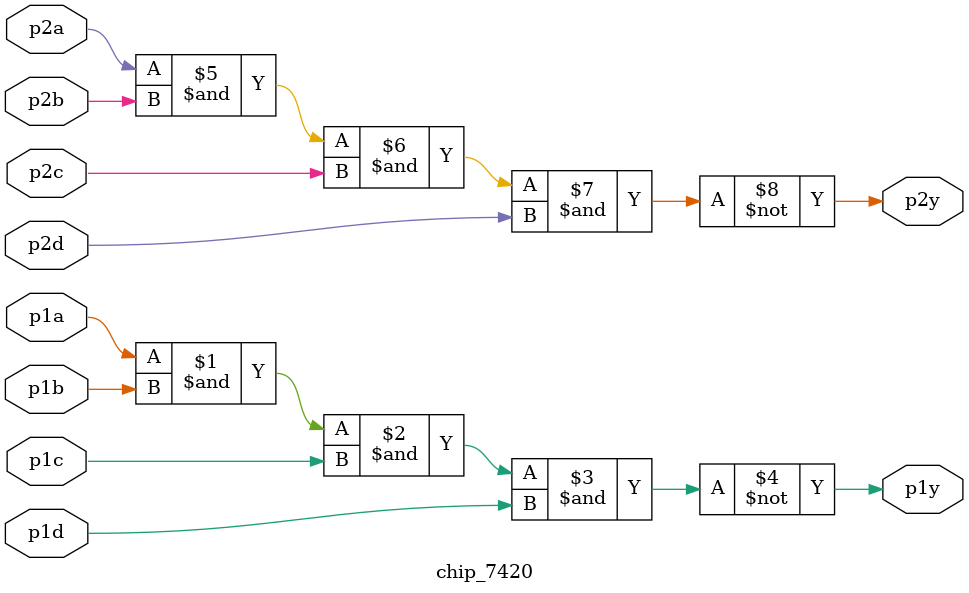
<source format=v>
module chip_7420 (
    input  p1a, p1b, p1c, p1d,
    output p1y,
    input  p2a, p2b, p2c, p2d,
    output p2y
);
    assign p1y = ~( p1a & p1b& p1c& p1d);
    assign p2y = ~( p2a & p2b& p2c& p2d);

endmodule

</source>
